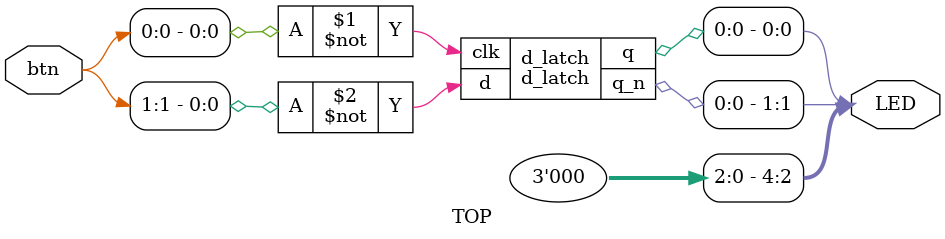
<source format=v>
module sr_latch
(
    input   s,
    input   r,
    output  q,
    output  q_n
);
    assign q   = ~ ( r | q_n );
    assign q_n = ~ ( s | q   );

endmodule

module d_latch
(
    input   clk,
    input   d,
    output  q,
    output  q_n
);
    wire r = ~d & clk;
    wire s = d & clk;

    sr_latch sr_latch (s, r, q, q_n);

endmodule



module TOP
(
    
    input  [ 1:0] btn,     // Замените на соответствующие входные сигналы кнопок на вашей плате
    output [ 4:0] LED     // Замените на соответствующие выходные сигналы светодиодов на вашей плате
);

    assign LED[4:2] = 3'b0;

    d_latch d_latch
    (
        .clk   ( ~btn[0] ),
        .d   ( ~btn[1] ),
        .q   (  LED[0] ),
        .q_n (  LED[1] )
    );
endmodule

</source>
